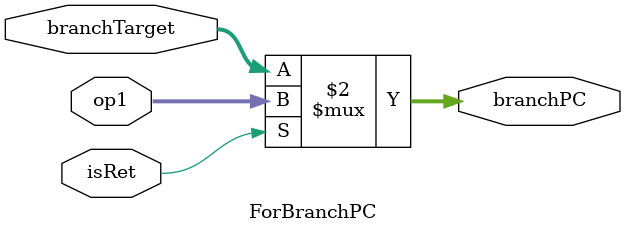
<source format=v>
`timescale 1ns / 1ps
module BranchUnit(
input Eq,
input Gt,
input isBeq,
input isBgt,
input isUBranch,
output isBranchTaken,
output Eeq,
output Egt
 );
 
 assign Eeq = isBeq & Eq;
 assign Gt = Gt & isBgt;
 
 assign isBranchTaken = isUBranch | Eeq | Egt ;
 
endmodule

module ForBranchPC(
    output reg [31:0] branchPC,
    input isRet,
    input [31:0] op1,
    input [31:0] branchTarget
);
    always @(*) begin
        branchPC = isRet ? op1 : branchTarget;
    end
endmodule
</source>
